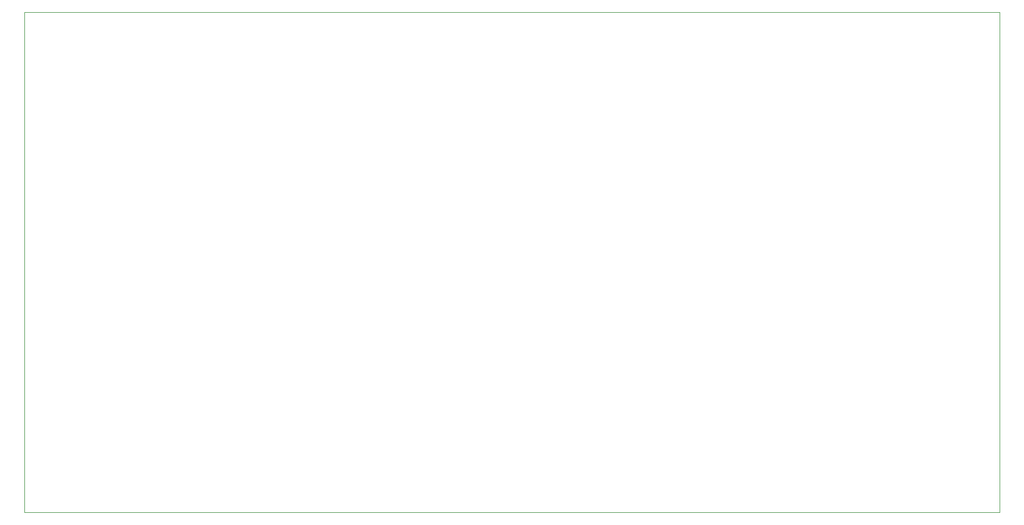
<source format=gbr>
%TF.GenerationSoftware,KiCad,Pcbnew,(5.1.9-0-10_14)*%
%TF.CreationDate,2021-04-28T01:33:21-04:00*%
%TF.ProjectId,ALU,414c552e-6b69-4636-9164-5f7063625858,rev?*%
%TF.SameCoordinates,Original*%
%TF.FileFunction,Profile,NP*%
%FSLAX46Y46*%
G04 Gerber Fmt 4.6, Leading zero omitted, Abs format (unit mm)*
G04 Created by KiCad (PCBNEW (5.1.9-0-10_14)) date 2021-04-28 01:33:21*
%MOMM*%
%LPD*%
G01*
G04 APERTURE LIST*
%TA.AperFunction,Profile*%
%ADD10C,0.050000*%
%TD*%
G04 APERTURE END LIST*
D10*
X65659000Y-27774900D02*
X65760600Y-27774900D01*
X65659000Y-104203500D02*
X65659000Y-27774900D01*
X214579200Y-104203500D02*
X65659000Y-104203500D01*
X214579200Y-102933500D02*
X214579200Y-104203500D01*
X214579200Y-27774900D02*
X214579200Y-102933500D01*
X213512400Y-27774900D02*
X214579200Y-27774900D01*
X65760600Y-27774900D02*
X213512400Y-27774900D01*
M02*

</source>
